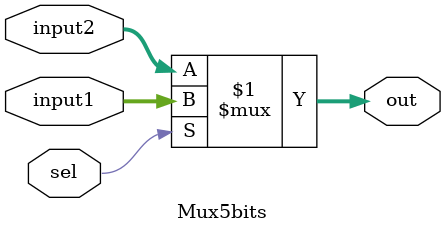
<source format=v>
`timescale 1ns / 1ps


module Mux5bits(
    input [4:0] input1,
    input [4:0] input2,
    input sel,
    output [4:0] out
    );

assign out = sel ? input1 :input2; 
    
endmodule

</source>
